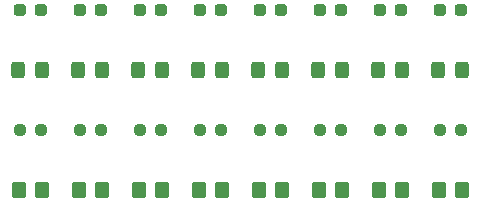
<source format=gtp>
%TF.GenerationSoftware,KiCad,Pcbnew,(6.0.7)*%
%TF.CreationDate,2022-09-23T10:31:46+02:00*%
%TF.ProjectId,GL019_LED_test,474c3031-395f-44c4-9544-5f746573742e,rev?*%
%TF.SameCoordinates,PX7df6180PY2cd02b0*%
%TF.FileFunction,Paste,Top*%
%TF.FilePolarity,Positive*%
%FSLAX46Y46*%
G04 Gerber Fmt 4.6, Leading zero omitted, Abs format (unit mm)*
G04 Created by KiCad (PCBNEW (6.0.7)) date 2022-09-23 10:31:46*
%MOMM*%
%LPD*%
G01*
G04 APERTURE LIST*
G04 Aperture macros list*
%AMRoundRect*
0 Rectangle with rounded corners*
0 $1 Rounding radius*
0 $2 $3 $4 $5 $6 $7 $8 $9 X,Y pos of 4 corners*
0 Add a 4 corners polygon primitive as box body*
4,1,4,$2,$3,$4,$5,$6,$7,$8,$9,$2,$3,0*
0 Add four circle primitives for the rounded corners*
1,1,$1+$1,$2,$3*
1,1,$1+$1,$4,$5*
1,1,$1+$1,$6,$7*
1,1,$1+$1,$8,$9*
0 Add four rect primitives between the rounded corners*
20,1,$1+$1,$2,$3,$4,$5,0*
20,1,$1+$1,$4,$5,$6,$7,0*
20,1,$1+$1,$6,$7,$8,$9,0*
20,1,$1+$1,$8,$9,$2,$3,0*%
G04 Aperture macros list end*
%ADD10RoundRect,0.237500X-0.287500X-0.237500X0.287500X-0.237500X0.287500X0.237500X-0.287500X0.237500X0*%
%ADD11RoundRect,0.237500X-0.250000X-0.237500X0.250000X-0.237500X0.250000X0.237500X-0.250000X0.237500X0*%
%ADD12RoundRect,0.250000X-0.350000X-0.450000X0.350000X-0.450000X0.350000X0.450000X-0.350000X0.450000X0*%
%ADD13RoundRect,0.250000X-0.325000X-0.450000X0.325000X-0.450000X0.325000X0.450000X-0.325000X0.450000X0*%
G04 APERTURE END LIST*
D10*
%TO.C,D2*%
X37225000Y-16510000D03*
X38975000Y-16510000D03*
%TD*%
D11*
%TO.C,R14*%
X21947500Y-26670000D03*
X23772500Y-26670000D03*
%TD*%
D12*
%TO.C,R28*%
X6620000Y-31750000D03*
X8620000Y-31750000D03*
%TD*%
%TO.C,R12*%
X26940000Y-31750000D03*
X28940000Y-31750000D03*
%TD*%
D10*
%TO.C,D30*%
X1665000Y-16510000D03*
X3415000Y-16510000D03*
%TD*%
%TO.C,D6*%
X32145000Y-16510000D03*
X33895000Y-16510000D03*
%TD*%
D12*
%TO.C,R16*%
X21860000Y-31750000D03*
X23860000Y-31750000D03*
%TD*%
D13*
%TO.C,D28*%
X6595000Y-21590000D03*
X8645000Y-21590000D03*
%TD*%
%TO.C,D20*%
X16755000Y-21590000D03*
X18805000Y-21590000D03*
%TD*%
D11*
%TO.C,R22*%
X11787500Y-26670000D03*
X13612500Y-26670000D03*
%TD*%
D10*
%TO.C,D10*%
X27065000Y-16510000D03*
X28815000Y-16510000D03*
%TD*%
D13*
%TO.C,D16*%
X21835000Y-21590000D03*
X23885000Y-21590000D03*
%TD*%
D12*
%TO.C,R4*%
X37100000Y-31750000D03*
X39100000Y-31750000D03*
%TD*%
D10*
%TO.C,D22*%
X11825000Y-16510000D03*
X13575000Y-16510000D03*
%TD*%
D11*
%TO.C,R6*%
X32107500Y-26670000D03*
X33932500Y-26670000D03*
%TD*%
D10*
%TO.C,D26*%
X6745000Y-16510000D03*
X8495000Y-16510000D03*
%TD*%
%TO.C,D14*%
X21985000Y-16510000D03*
X23735000Y-16510000D03*
%TD*%
%TO.C,D18*%
X16905000Y-16510000D03*
X18655000Y-16510000D03*
%TD*%
D12*
%TO.C,R32*%
X1540000Y-31750000D03*
X3540000Y-31750000D03*
%TD*%
D13*
%TO.C,D24*%
X11675000Y-21590000D03*
X13725000Y-21590000D03*
%TD*%
D12*
%TO.C,R24*%
X11700000Y-31750000D03*
X13700000Y-31750000D03*
%TD*%
D11*
%TO.C,R30*%
X1627500Y-26670000D03*
X3452500Y-26670000D03*
%TD*%
%TO.C,R26*%
X6707500Y-26670000D03*
X8532500Y-26670000D03*
%TD*%
%TO.C,R18*%
X16867500Y-26670000D03*
X18692500Y-26670000D03*
%TD*%
%TO.C,R2*%
X37187500Y-26670000D03*
X39012500Y-26670000D03*
%TD*%
D12*
%TO.C,R8*%
X32020000Y-31750000D03*
X34020000Y-31750000D03*
%TD*%
D13*
%TO.C,D4*%
X37075000Y-21590000D03*
X39125000Y-21590000D03*
%TD*%
D12*
%TO.C,R20*%
X16780000Y-31750000D03*
X18780000Y-31750000D03*
%TD*%
D11*
%TO.C,R10*%
X27027500Y-26670000D03*
X28852500Y-26670000D03*
%TD*%
D13*
%TO.C,D32*%
X1515000Y-21590000D03*
X3565000Y-21590000D03*
%TD*%
%TO.C,D12*%
X26915000Y-21590000D03*
X28965000Y-21590000D03*
%TD*%
%TO.C,D8*%
X31995000Y-21590000D03*
X34045000Y-21590000D03*
%TD*%
M02*

</source>
